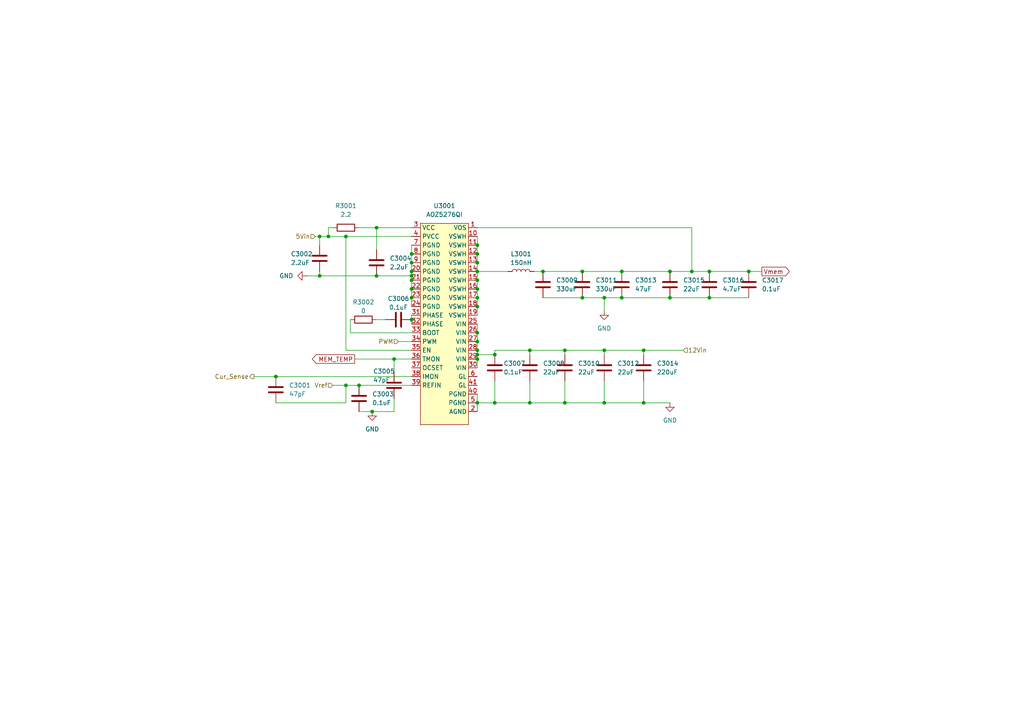
<source format=kicad_sch>
(kicad_sch (version 20231120) (generator "eeschema") (generator_version "8.0")
  (paper "A4")
  (lib_symbols
    (symbol "Device:C" (pin_numbers hide) (pin_names (offset 0.254))
      (property "Reference" "C" (at 0.635 2.54 0))
      (property "Value" "C" (at 0.635 -2.54 0))
      (symbol "C_0_1"
        (polyline (pts (xy -2.032 -0.762) (xy 2.032 -0.762)) (stroke (width 0.508)))
        (polyline (pts (xy -2.032 0.762) (xy 2.032 0.762)) (stroke (width 0.508)))
      )
      (symbol "C_1_1"
        (pin passive line (at 0 3.81 270) (length 2.794) (name "~") (number "1"))
        (pin passive line (at 0 -3.81 90) (length 2.794) (name "~") (number "2"))
      )
    )
    (symbol "Device:L" (pin_numbers hide) (pin_names (offset 1.016) hide)
      (property "Reference" "L" (at -1.27 0 90))
      (property "Value" "L" (at 1.905 0 90))
      (symbol "L_0_1"
        (arc (start 0 -2.54) (mid 0.6323 -1.905) (end 0 -1.27))
        (arc (start 0 -1.27) (mid 0.6323 -0.635) (end 0 0))
        (arc (start 0 0) (mid 0.6323 0.635) (end 0 1.27))
        (arc (start 0 1.27) (mid 0.6323 1.905) (end 0 2.54))
      )
      (symbol "L_1_1"
        (pin passive line (at 0 3.81 270) (length 1.27) (name "1") (number "1"))
        (pin passive line (at 0 -3.81 90) (length 1.27) (name "2") (number "2"))
      )
    )
    (symbol "Device:R" (pin_numbers hide) (pin_names (offset 0))
      (property "Reference" "R" (at 2.032 0 90))
      (property "Value" "R" (at 0 0 90))
      (symbol "R_0_1"
        (rectangle (start -1.016 -2.54) (end 1.016 2.54) (stroke (width 0.254)))
      )
      (symbol "R_1_1"
        (pin passive line (at 0 3.81 270) (length 1.27) (name "~") (number "1"))
        (pin passive line (at 0 -3.81 90) (length 1.27) (name "~") (number "2"))
      )
    )
    (symbol "Symbol_Library:AOZ5276QI"
      (property "Reference" "U" (at 1.27 12.7 0))
      (property "Value" "AOZ5276QI" (at 1.27 12.7 0))
      (symbol "AOZ5276QI_1_1"
        (rectangle (start -6.35 21.59) (end 7.62 -36.83) (fill (type background)))
        (pin input line (at 10.16 20.32 180) (length 2.54) (name "VOS") (number "1"))
        (pin output line (at 10.16 17.78 180) (length 2.54) (name "VSWH") (number "10"))
        (pin output line (at 10.16 15.24 180) (length 2.54) (name "VSWH") (number "11"))
        (pin output line (at 10.16 12.7 180) (length 2.54) (name "VSWH") (number "12"))
        (pin output line (at 10.16 10.16 180) (length 2.54) (name "VSWH") (number "13"))
        (pin output line (at 10.16 7.62 180) (length 2.54) (name "VSWH") (number "14"))
        (pin output line (at 10.16 5.08 180) (length 2.54) (name "VSWH") (number "15"))
        (pin output line (at 10.16 2.54 180) (length 2.54) (name "VSWH") (number "16"))
        (pin output line (at 10.16 0 180) (length 2.54) (name "VSWH") (number "17"))
        (pin output line (at 10.16 -2.54 180) (length 2.54) (name "VSWH") (number "18"))
        (pin output line (at 10.16 -5.08 180) (length 2.54) (name "VSWH") (number "19"))
        (pin input line (at 10.16 -33.02 180) (length 2.54) (name "AGND") (number "2"))
        (pin input line (at -8.89 7.62 0) (length 2.54) (name "PGND") (number "20"))
        (pin input line (at -8.89 5.08 0) (length 2.54) (name "PGND") (number "21"))
        (pin input line (at -8.89 2.54 0) (length 2.54) (name "PGND") (number "22"))
        (pin input line (at -8.89 0 0) (length 2.54) (name "PGND") (number "23"))
        (pin input line (at -8.89 -2.54 0) (length 2.54) (name "PGND") (number "24"))
        (pin input line (at 10.16 -7.62 180) (length 2.54) (name "VIN") (number "25"))
        (pin input line (at 10.16 -10.16 180) (length 2.54) (name "VIN") (number "26"))
        (pin input line (at 10.16 -12.7 180) (length 2.54) (name "VIN") (number "27"))
        (pin input line (at 10.16 -15.24 180) (length 2.54) (name "VIN") (number "28"))
        (pin input line (at 10.16 -17.78 180) (length 2.54) (name "VIN") (number "29"))
        (pin input line (at -8.89 20.32 0) (length 2.54) (name "VCC") (number "3"))
        (pin input line (at 10.16 -20.32 180) (length 2.54) (name "VIN") (number "30"))
        (pin input line (at -8.89 -5.08 0) (length 2.54) (name "PHASE") (number "31"))
        (pin input line (at -8.89 -7.62 0) (length 2.54) (name "PHASE") (number "32"))
        (pin input line (at -8.89 -10.16 0) (length 2.54) (name "BOOT") (number "33"))
        (pin input line (at -8.89 -12.7 0) (length 2.54) (name "PWM") (number "34"))
        (pin output line (at -8.89 -15.24 0) (length 2.54) (name "EN") (number "35"))
        (pin input line (at -8.89 -17.78 0) (length 2.54) (name "TMON") (number "36"))
        (pin input line (at -8.89 -20.32 0) (length 2.54) (name "OCSET") (number "37"))
        (pin output line (at -8.89 -22.86 0) (length 2.54) (name "IMON") (number "38"))
        (pin input line (at -8.89 -25.4 0) (length 2.54) (name "REFIN") (number "39"))
        (pin input line (at -8.89 17.78 0) (length 2.54) (name "PVCC") (number "4"))
        (pin input line (at 10.16 -27.94 180) (length 2.54) (name "PGND") (number "40"))
        (pin input line (at 10.16 -25.4 180) (length 2.54) (name "GL") (number "41"))
        (pin input line (at 10.16 -30.48 180) (length 2.54) (name "PGND") (number "5"))
        (pin input line (at 10.16 -22.86 180) (length 2.54) (name "GL") (number "6"))
        (pin input line (at -8.89 15.24 0) (length 2.54) (name "PGND") (number "7"))
        (pin input line (at -8.89 12.7 0) (length 2.54) (name "PGND") (number "8"))
        (pin input line (at -8.89 10.16 0) (length 2.54) (name "PGND") (number "9"))
      )
    )
    (symbol "power:GND" (power) (pin_numbers hide) (pin_names (offset 0) hide)
      (property "Value" "GND" (at 0 -3.81 0))
      (symbol "GND_0_1"
        (polyline (pts (xy 0 0) (xy 0 -1.27) (xy 1.27 -1.27) (xy 0 -2.54) (xy -1.27 -1.27) (xy 0 -1.27)))
      )
      (symbol "GND_1_1"
        (pin power_in line (at 0 0 270) (length 0) (name "~") (number "1"))
      )
    )
  )
  (junction (at 163.83 101.6))
  (junction (at 80.01 109.22))
  (junction (at 153.67 101.6))
  (junction (at 100.33 68.58))
  (junction (at 92.71 80.01))
  (junction (at 109.22 66.04))
  (junction (at 138.43 73.66))
  (junction (at 138.43 81.28))
  (junction (at 175.26 86.36))
  (junction (at 119.38 83.82))
  (junction (at 138.43 96.52))
  (junction (at 119.38 73.66))
  (junction (at 180.34 86.36))
  (junction (at 168.91 86.36))
  (junction (at 119.38 92.71))
  (junction (at 217.17 78.74))
  (junction (at 119.38 78.74))
  (junction (at 180.34 78.74))
  (junction (at 194.31 86.36))
  (junction (at 138.43 88.9))
  (junction (at 109.22 80.01))
  (junction (at 138.43 101.6))
  (junction (at 92.71 68.58))
  (junction (at 95.25 68.58))
  (junction (at 175.26 116.84))
  (junction (at 138.43 78.74))
  (junction (at 138.43 86.36))
  (junction (at 107.95 119.38))
  (junction (at 138.43 71.12))
  (junction (at 100.33 111.76))
  (junction (at 186.69 101.6))
  (junction (at 157.48 78.74))
  (junction (at 138.43 83.82))
  (junction (at 194.31 78.74))
  (junction (at 119.38 76.2))
  (junction (at 119.38 80.01))
  (junction (at 138.43 99.06))
  (junction (at 138.43 102.87))
  (junction (at 138.43 76.2))
  (junction (at 205.74 86.36))
  (junction (at 119.38 81.28))
  (junction (at 138.43 116.84))
  (junction (at 143.51 116.84))
  (junction (at 200.66 78.74))
  (junction (at 138.43 104.14))
  (junction (at 168.91 78.74))
  (junction (at 205.74 78.74))
  (junction (at 175.26 101.6))
  (junction (at 186.69 116.84))
  (junction (at 153.67 116.84))
  (junction (at 104.14 111.76))
  (junction (at 163.83 116.84))
  (junction (at 143.51 102.87))
  (junction (at 114.3 104.14))
  (junction (at 119.38 86.36))
  (wire (pts (xy 119.38 83.82) (xy 119.38 86.36)))
  (wire (pts (xy 186.69 101.6) (xy 175.26 101.6)))
  (wire (pts (xy 104.14 111.76) (xy 119.38 111.76)))
  (wire (pts (xy 138.43 76.2) (xy 138.43 78.74)))
  (wire (pts (xy 194.31 86.36) (xy 205.74 86.36)))
  (wire (pts (xy 186.69 110.49) (xy 186.69 116.84)))
  (wire (pts (xy 114.3 104.14) (xy 119.38 104.14)))
  (wire (pts (xy 163.83 101.6) (xy 153.67 101.6)))
  (wire (pts (xy 175.26 86.36) (xy 180.34 86.36)))
  (wire (pts (xy 95.25 66.04) (xy 96.52 66.04)))
  (wire (pts (xy 175.26 101.6) (xy 163.83 101.6)))
  (wire (pts (xy 168.91 86.36) (xy 175.26 86.36)))
  (wire (pts (xy 109.22 66.04) (xy 109.22 72.39)))
  (wire (pts (xy 138.43 78.74) (xy 138.43 81.28)))
  (wire (pts (xy 186.69 101.6) (xy 186.69 102.87)))
  (wire (pts (xy 180.34 86.36) (xy 194.31 86.36)))
  (wire (pts (xy 163.83 116.84) (xy 153.67 116.84)))
  (wire (pts (xy 101.6 96.52) (xy 119.38 96.52)))
  (wire (pts (xy 138.43 116.84) (xy 138.43 119.38)))
  (wire (pts (xy 100.33 68.58) (xy 100.33 101.6)))
  (wire (pts (xy 104.14 119.38) (xy 107.95 119.38)))
  (wire (pts (xy 154.94 78.74) (xy 157.48 78.74)))
  (wire (pts (xy 119.38 86.36) (xy 119.38 88.9)))
  (wire (pts (xy 138.43 73.66) (xy 138.43 76.2)))
  (wire (pts (xy 92.71 80.01) (xy 109.22 80.01)))
  (wire (pts (xy 138.43 86.36) (xy 138.43 88.9)))
  (wire (pts (xy 153.67 101.6) (xy 143.51 101.6)))
  (wire (pts (xy 143.51 110.49) (xy 143.51 116.84)))
  (wire (pts (xy 102.87 104.14) (xy 114.3 104.14)))
  (wire (pts (xy 92.71 68.58) (xy 95.25 68.58)))
  (wire (pts (xy 143.51 101.6) (xy 143.51 102.87)))
  (wire (pts (xy 119.38 76.2) (xy 119.38 78.74)))
  (wire (pts (xy 153.67 116.84) (xy 143.51 116.84)))
  (wire (pts (xy 138.43 83.82) (xy 138.43 86.36)))
  (wire (pts (xy 217.17 78.74) (xy 220.98 78.74)))
  (wire (pts (xy 138.43 93.98) (xy 138.43 96.52)))
  (wire (pts (xy 114.3 107.95) (xy 114.3 104.14)))
  (wire (pts (xy 138.43 68.58) (xy 138.43 71.12)))
  (wire (pts (xy 138.43 88.9) (xy 138.43 91.44)))
  (wire (pts (xy 186.69 116.84) (xy 175.26 116.84)))
  (wire (pts (xy 138.43 66.04) (xy 200.66 66.04)))
  (wire (pts (xy 138.43 96.52) (xy 138.43 99.06)))
  (wire (pts (xy 114.3 119.38) (xy 107.95 119.38)))
  (wire (pts (xy 138.43 102.87) (xy 138.43 104.14)))
  (wire (pts (xy 109.22 66.04) (xy 119.38 66.04)))
  (wire (pts (xy 143.51 102.87) (xy 138.43 102.87)))
  (wire (pts (xy 80.01 116.84) (xy 100.33 116.84)))
  (wire (pts (xy 163.83 110.49) (xy 163.83 116.84)))
  (wire (pts (xy 109.22 92.71) (xy 111.76 92.71)))
  (wire (pts (xy 119.38 101.6) (xy 100.33 101.6)))
  (wire (pts (xy 95.25 68.58) (xy 100.33 68.58)))
  (wire (pts (xy 119.38 71.12) (xy 119.38 73.66)))
  (wire (pts (xy 153.67 110.49) (xy 153.67 116.84)))
  (wire (pts (xy 114.3 115.57) (xy 114.3 119.38)))
  (wire (pts (xy 200.66 78.74) (xy 205.74 78.74)))
  (wire (pts (xy 80.01 109.22) (xy 119.38 109.22)))
  (wire (pts (xy 92.71 68.58) (xy 92.71 71.12)))
  (wire (pts (xy 168.91 78.74) (xy 180.34 78.74)))
  (wire (pts (xy 200.66 66.04) (xy 200.66 78.74)))
  (wire (pts (xy 194.31 116.84) (xy 186.69 116.84)))
  (wire (pts (xy 175.26 110.49) (xy 175.26 116.84)))
  (wire (pts (xy 100.33 111.76) (xy 104.14 111.76)))
  (wire (pts (xy 88.9 80.01) (xy 92.71 80.01)))
  (wire (pts (xy 138.43 102.87) (xy 138.43 101.6)))
  (wire (pts (xy 163.83 101.6) (xy 163.83 102.87)))
  (wire (pts (xy 175.26 101.6) (xy 175.26 102.87)))
  (wire (pts (xy 95.25 68.58) (xy 95.25 66.04)))
  (wire (pts (xy 175.26 86.36) (xy 175.26 90.17)))
  (wire (pts (xy 194.31 78.74) (xy 200.66 78.74)))
  (wire (pts (xy 157.48 78.74) (xy 168.91 78.74)))
  (wire (pts (xy 109.22 80.01) (xy 119.38 80.01)))
  (wire (pts (xy 119.38 91.44) (xy 119.38 92.71)))
  (wire (pts (xy 96.52 111.76) (xy 100.33 111.76)))
  (wire (pts (xy 205.74 78.74) (xy 217.17 78.74)))
  (wire (pts (xy 205.74 86.36) (xy 217.17 86.36)))
  (wire (pts (xy 157.48 86.36) (xy 168.91 86.36)))
  (wire (pts (xy 119.38 78.74) (xy 119.38 80.01)))
  (wire (pts (xy 115.57 99.06) (xy 119.38 99.06)))
  (wire (pts (xy 153.67 101.6) (xy 153.67 102.87)))
  (wire (pts (xy 138.43 114.3) (xy 138.43 116.84)))
  (wire (pts (xy 100.33 68.58) (xy 119.38 68.58)))
  (wire (pts (xy 138.43 104.14) (xy 138.43 106.68)))
  (wire (pts (xy 119.38 80.01) (xy 119.38 81.28)))
  (wire (pts (xy 119.38 73.66) (xy 119.38 76.2)))
  (wire (pts (xy 138.43 81.28) (xy 138.43 83.82)))
  (wire (pts (xy 119.38 81.28) (xy 119.38 83.82)))
  (wire (pts (xy 175.26 116.84) (xy 163.83 116.84)))
  (wire (pts (xy 119.38 92.71) (xy 119.38 93.98)))
  (wire (pts (xy 91.44 68.58) (xy 92.71 68.58)))
  (wire (pts (xy 138.43 78.74) (xy 147.32 78.74)))
  (wire (pts (xy 138.43 99.06) (xy 138.43 101.6)))
  (wire (pts (xy 138.43 116.84) (xy 143.51 116.84)))
  (wire (pts (xy 104.14 66.04) (xy 109.22 66.04)))
  (wire (pts (xy 100.33 116.84) (xy 100.33 111.76)))
  (wire (pts (xy 73.66 109.22) (xy 80.01 109.22)))
  (wire (pts (xy 101.6 92.71) (xy 101.6 96.52)))
  (wire (pts (xy 138.43 71.12) (xy 138.43 73.66)))
  (wire (pts (xy 180.34 78.74) (xy 194.31 78.74)))
  (wire (pts (xy 92.71 78.74) (xy 92.71 80.01)))
  (wire (pts (xy 198.12 101.6) (xy 186.69 101.6)))
  (global_label "Vmem" (shape output) (at 220.98 78.74 0) (property "Intersheetrefs" "${INTERSHEET_REFS}" (effects (hide yes))))
  (global_label "MEM_TEMP" (shape output) (at 102.87 104.14 180) (property "Intersheetrefs" "${INTERSHEET_REFS}" (effects (hide yes))))
  (hierarchical_label "12Vin" (shape input) (at 198.12 101.6 0))
  (hierarchical_label "PWM" (shape input) (at 115.57 99.06 180))
  (hierarchical_label "5Vin" (shape input) (at 91.44 68.58 180))
  (hierarchical_label "Vref" (shape input) (at 96.52 111.76 180))
  (hierarchical_label "Cur_Sense" (shape output) (at 73.66 109.22 180))
  (symbol (lib_id "Device:C") (at 92.71 74.93 0) (unit 1)
    (property "Reference" "C3002" (at 84.328 73.66 0) (effects (justify left)))
    (property "Value" "2.2uF" (at 84.328 76.2 0) (effects (justify left)))
    (property "Footprint" "Capacitor_SMD:C_0805_2012Metric" (effects (hide yes)))
    (property "Description" "Unpolarized capacitor" (effects (hide yes)))
    (instances (project "gpu-external-power-supply" (path "" (reference "C3002") (unit 1)) (path "" (reference "C9002") (unit 1))))
  )
  (symbol (lib_id "Device:C") (at 157.48 82.55 0) (unit 1)
    (property "Reference" "C3009" (at 161.29 81.2799 0) (effects (justify left)))
    (property "Value" "330uF" (at 161.29 83.8199 0) (effects (justify left)))
    (property "Footprint" "work:CP_EIA-7343-40_Kemet-Y" (effects (hide yes)))
    (property "Description" "Unpolarized capacitor" (effects (hide yes)))
    (instances (project "gpu-external-power-supply" (path "" (reference "C3009") (unit 1)) (path "" (reference "C9009") (unit 1))))
  )
  (symbol (lib_id "Device:C") (at 186.69 106.68 0) (unit 1)
    (property "Reference" "C3014" (at 190.5 105.4099 0) (effects (justify left)))
    (property "Value" "220uF" (at 190.5 107.9499 0) (effects (justify left)))
    (property "Footprint" "Capacitor_THT:CP_Radial_D6.3mm_P2.50mm" (effects (hide yes)))
    (property "Datasheet" "https://www.digikey.com/en/products/detail/kyocera-avx/RPA0608221M016B/17634426" (effects (hide yes)))
    (property "Description" "Unpolarized capacitor" (effects (hide yes)))
    (instances (project "gpu-external-power-supply" (path "" (reference "C3014") (unit 1)) (path "" (reference "C9014") (unit 1))))
  )
  (symbol (lib_id "Device:C") (at 217.17 82.55 0) (unit 1)
    (property "Reference" "C3017" (at 220.98 81.2799 0) (effects (justify left)))
    (property "Value" "0.1uF" (at 220.98 83.8199 0) (effects (justify left)))
    (property "Footprint" "Capacitor_SMD:C_0805_2012Metric" (effects (hide yes)))
    (property "Description" "Unpolarized capacitor" (effects (hide yes)))
    (instances (project "gpu-external-power-supply" (path "" (reference "C3017") (unit 1)) (path "" (reference "C9017") (unit 1))))
  )
  (symbol (lib_id "Device:C") (at 194.31 82.55 0) (unit 1)
    (property "Reference" "C3015" (at 198.12 81.2799 0) (effects (justify left)))
    (property "Value" "22uF" (at 198.12 83.8199 0) (effects (justify left)))
    (property "Footprint" "Capacitor_SMD:C_0805_2012Metric" (effects (hide yes)))
    (property "Description" "Unpolarized capacitor" (effects (hide yes)))
    (instances (project "gpu-external-power-supply" (path "" (reference "C3015") (unit 1)) (path "" (reference "C9015") (unit 1))))
  )
  (symbol (lib_id "Device:R") (at 100.33 66.04 90) (unit 1)
    (property "Reference" "R3001" (at 100.33 59.69 90))
    (property "Value" "2.2" (at 100.33 62.23 90))
    (property "Footprint" "Resistor_SMD:R_0805_2012Metric" (effects (hide yes)))
    (property "Description" "Resistor" (effects (hide yes)))
    (instances (project "gpu-external-power-supply" (path "" (reference "R3001") (unit 1)) (path "" (reference "R9001") (unit 1))))
  )
  (symbol (lib_id "power:GND") (at 175.26 90.17 0) (unit 1)
    (property "Reference" "#PWR03003" (effects (hide yes)))
    (property "Value" "GND" (at 175.26 95.25 0))
    (property "Description" "Power symbol creates a global label with name \"GND\" , ground" (effects (hide yes)))
    (instances (project "gpu-external-power-supply" (path "" (reference "#PWR03003") (unit 1)) (path "" (reference "#PWR09003") (unit 1))))
  )
  (symbol (lib_id "Device:R") (at 105.41 92.71 90) (unit 1)
    (property "Reference" "R3002" (at 105.41 87.63 90))
    (property "Value" "0" (at 105.41 90.17 90))
    (property "Footprint" "Resistor_SMD:R_0805_2012Metric" (effects (hide yes)))
    (property "Description" "Resistor" (effects (hide yes)))
    (instances (project "gpu-external-power-supply" (path "" (reference "R3002") (unit 1)) (path "" (reference "R9002") (unit 1))))
  )
  (symbol (lib_id "power:GND") (at 107.95 119.38 0) (unit 1)
    (property "Reference" "#PWR03002" (effects (hide yes)))
    (property "Value" "GND" (at 107.95 124.46 0))
    (property "Description" "Power symbol creates a global label with name \"GND\" , ground" (effects (hide yes)))
    (instances (project "gpu-external-power-supply" (path "" (reference "#PWR03002") (unit 1)) (path "" (reference "#PWR09002") (unit 1))))
  )
  (symbol (lib_id "Device:C") (at 163.83 106.68 0) (unit 1)
    (property "Reference" "C3010" (at 167.64 105.4099 0) (effects (justify left)))
    (property "Value" "22uF" (at 167.64 107.9499 0) (effects (justify left)))
    (property "Footprint" "Capacitor_SMD:C_0805_2012Metric" (effects (hide yes)))
    (property "Description" "Unpolarized capacitor" (effects (hide yes)))
    (instances (project "gpu-external-power-supply" (path "" (reference "C3010") (unit 1)) (path "" (reference "C9010") (unit 1))))
  )
  (symbol (lib_id "Device:C") (at 109.22 76.2 0) (unit 1)
    (property "Reference" "C3004" (at 113.03 74.9299 0) (effects (justify left)))
    (property "Value" "2.2uF" (at 113.03 77.4699 0) (effects (justify left)))
    (property "Footprint" "Capacitor_SMD:C_0805_2012Metric" (effects (hide yes)))
    (property "Description" "Unpolarized capacitor" (effects (hide yes)))
    (instances (project "gpu-external-power-supply" (path "" (reference "C3004") (unit 1)) (path "" (reference "C9004") (unit 1))))
  )
  (symbol (lib_id "power:GND") (at 88.9 80.01 270) (unit 1)
    (property "Reference" "#PWR03001" (effects (hide yes)))
    (property "Value" "GND" (at 85.09 80.0099 90) (effects (justify right)))
    (property "Description" "Power symbol creates a global label with name \"GND\" , ground" (effects (hide yes)))
    (instances (project "gpu-external-power-supply" (path "" (reference "#PWR03001") (unit 1)) (path "" (reference "#PWR09001") (unit 1))))
  )
  (symbol (lib_id "Symbol_Library:AOZ5276QI") (at 128.27 86.36 0) (unit 1)
    (property "Reference" "U3001" (at 128.905 59.69 0))
    (property "Value" "AOZ5276QI" (at 128.905 62.23 0))
    (property "Footprint" "work:AOZ5276QI" (effects (hide yes)))
    (property "Datasheet" "https://mm.digikey.com/Volume0/opasdata/d220001/medias/docus/4313/AOZ5276QI_Rev1.0_Feb2022.pdf" (effects (hide yes)))
    (instances (project "gpu-external-power-supply" (path "" (reference "U3001") (unit 1)) (path "" (reference "U9001") (unit 1))))
  )
  (symbol (lib_id "Device:C") (at 180.34 82.55 0) (unit 1)
    (property "Reference" "C3013" (at 184.15 81.2799 0) (effects (justify left)))
    (property "Value" "47uF" (at 184.15 83.8199 0) (effects (justify left)))
    (property "Footprint" "Capacitor_SMD:C_0805_2012Metric" (effects (hide yes)))
    (property "Description" "Unpolarized capacitor" (effects (hide yes)))
    (instances (project "gpu-external-power-supply" (path "" (reference "C3013") (unit 1)) (path "" (reference "C9013") (unit 1))))
  )
  (symbol (lib_id "Device:C") (at 114.3 111.76 0) (unit 1)
    (property "Reference" "C3005" (at 108.204 107.696 0) (effects (justify left)))
    (property "Value" "47pF" (at 108.204 110.236 0) (effects (justify left)))
    (property "Footprint" "Capacitor_SMD:C_0805_2012Metric" (effects (hide yes)))
    (property "Description" "Unpolarized capacitor" (effects (hide yes)))
    (instances (project "gpu-external-power-supply" (path "" (reference "C3005") (unit 1)) (path "" (reference "C9005") (unit 1))))
  )
  (symbol (lib_id "Device:L") (at 151.13 78.74 90) (unit 1)
    (property "Reference" "L3001" (at 151.13 73.66 90))
    (property "Value" "150nH" (at 151.13 76.2 90))
    (property "Footprint" "work:IND_IHVR-4025JZ-3Z_VIS" (effects (hide yes)))
    (property "Datasheet" "https://www.digikey.com/en/products/detail/vishay-dale/IHVR4025JZEZR15M3Z/14545068" (effects (hide yes)))
    (property "Description" "Inductor" (effects (hide yes)))
    (instances (project "gpu-external-power-supply" (path "" (reference "L3001") (unit 1)) (path "" (reference "L9001") (unit 1))))
  )
  (symbol (lib_id "Device:C") (at 153.67 106.68 0) (unit 1)
    (property "Reference" "C3008" (at 157.48 105.4099 0) (effects (justify left)))
    (property "Value" "22uF" (at 157.48 107.9499 0) (effects (justify left)))
    (property "Footprint" "Capacitor_SMD:C_0805_2012Metric" (effects (hide yes)))
    (property "Description" "Unpolarized capacitor" (effects (hide yes)))
    (instances (project "gpu-external-power-supply" (path "" (reference "C3008") (unit 1)) (path "" (reference "C9008") (unit 1))))
  )
  (symbol (lib_id "Device:C") (at 143.51 106.68 0) (unit 1)
    (property "Reference" "C3007" (at 146.05 105.41 0) (effects (justify left)))
    (property "Value" "0.1uF" (at 146.05 107.95 0) (effects (justify left)))
    (property "Footprint" "Capacitor_SMD:C_0805_2012Metric" (effects (hide yes)))
    (property "Description" "Unpolarized capacitor" (effects (hide yes)))
    (instances (project "gpu-external-power-supply" (path "" (reference "C3007") (unit 1)) (path "" (reference "C9007") (unit 1))))
  )
  (symbol (lib_id "Device:C") (at 175.26 106.68 0) (unit 1)
    (property "Reference" "C3012" (at 179.07 105.4099 0) (effects (justify left)))
    (property "Value" "22uF" (at 179.07 107.9499 0) (effects (justify left)))
    (property "Footprint" "Capacitor_SMD:C_0805_2012Metric" (effects (hide yes)))
    (property "Description" "Unpolarized capacitor" (effects (hide yes)))
    (instances (project "gpu-external-power-supply" (path "" (reference "C3012") (unit 1)) (path "" (reference "C9012") (unit 1))))
  )
  (symbol (lib_id "Device:C") (at 80.01 113.03 0) (unit 1)
    (property "Reference" "C3001" (at 83.82 111.7599 0) (effects (justify left)))
    (property "Value" "47pF" (at 83.82 114.2999 0) (effects (justify left)))
    (property "Footprint" "Capacitor_SMD:C_0805_2012Metric" (effects (hide yes)))
    (property "Description" "Unpolarized capacitor" (effects (hide yes)))
    (instances (project "gpu-external-power-supply" (path "" (reference "C3001") (unit 1)) (path "" (reference "C9001") (unit 1))))
  )
  (symbol (lib_id "Device:C") (at 205.74 82.55 0) (unit 1)
    (property "Reference" "C3016" (at 209.55 81.2799 0) (effects (justify left)))
    (property "Value" "4.7uF" (at 209.55 83.8199 0) (effects (justify left)))
    (property "Footprint" "Capacitor_SMD:C_0805_2012Metric" (effects (hide yes)))
    (property "Description" "Unpolarized capacitor" (effects (hide yes)))
    (instances (project "gpu-external-power-supply" (path "" (reference "C3016") (unit 1)) (path "" (reference "C9016") (unit 1))))
  )
  (symbol (lib_id "power:GND") (at 194.31 116.84 0) (unit 1)
    (property "Reference" "#PWR03004" (effects (hide yes)))
    (property "Value" "GND" (at 194.31 121.92 0))
    (property "Description" "Power symbol creates a global label with name \"GND\" , ground" (effects (hide yes)))
    (instances (project "gpu-external-power-supply" (path "" (reference "#PWR03004") (unit 1)) (path "" (reference "#PWR09004") (unit 1))))
  )
  (symbol (lib_id "Device:C") (at 104.14 115.57 0) (unit 1)
    (property "Reference" "C3003" (at 107.95 114.2999 0) (effects (justify left)))
    (property "Value" "0.1uF" (at 107.95 116.8399 0) (effects (justify left)))
    (property "Footprint" "Capacitor_SMD:C_0805_2012Metric" (effects (hide yes)))
    (property "Description" "Unpolarized capacitor" (effects (hide yes)))
    (instances (project "gpu-external-power-supply" (path "" (reference "C3003") (unit 1)) (path "" (reference "C9003") (unit 1))))
  )
  (symbol (lib_id "Device:C") (at 115.57 92.71 90) (unit 1)
    (property "Reference" "C3006" (at 115.57 86.614 90))
    (property "Value" "0.1uF" (at 115.57 89.154 90))
    (property "Footprint" "Capacitor_SMD:C_0805_2012Metric" (effects (hide yes)))
    (property "Description" "Unpolarized capacitor" (effects (hide yes)))
    (instances (project "gpu-external-power-supply" (path "" (reference "C3006") (unit 1)) (path "" (reference "C9006") (unit 1))))
  )
  (symbol (lib_id "Device:C") (at 168.91 82.55 0) (unit 1)
    (property "Reference" "C3011" (at 172.72 81.2799 0) (effects (justify left)))
    (property "Value" "330uF" (at 172.72 83.8199 0) (effects (justify left)))
    (property "Footprint" "work:CP_EIA-7343-40_Kemet-Y" (effects (hide yes)))
    (property "Description" "Unpolarized capacitor" (effects (hide yes)))
    (instances (project "gpu-external-power-supply" (path "" (reference "C3011") (unit 1)) (path "" (reference "C9011") (unit 1))))
  )
)
</source>
